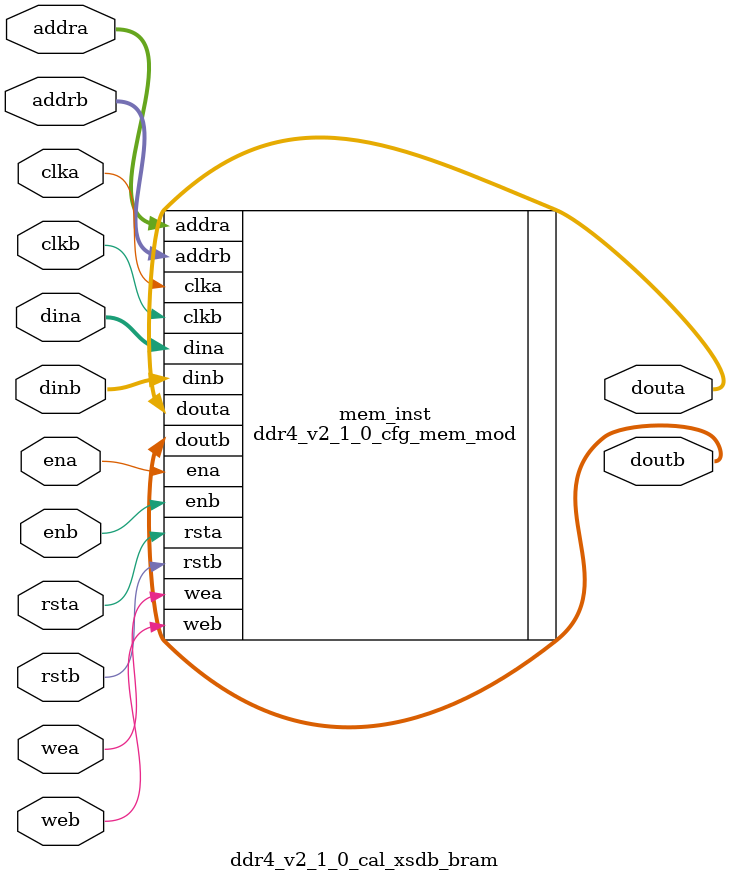
<source format=sv>
/******************************************************************************
// (c) Copyright 2013 - 2014 Xilinx, Inc. All rights reserved.
//
// This file contains confidential and proprietary information
// of Xilinx, Inc. and is protected under U.S. and
// international copyright and other intellectual property
// laws.
//
// DISCLAIMER
// This disclaimer is not a license and does not grant any
// rights to the materials distributed herewith. Except as
// otherwise provided in a valid license issued to you by
// Xilinx, and to the maximum extent permitted by applicable
// law: (1) THESE MATERIALS ARE MADE AVAILABLE "AS IS" AND
// WITH ALL FAULTS, AND XILINX HEREBY DISCLAIMS ALL WARRANTIES
// AND CONDITIONS, EXPRESS, IMPLIED, OR STATUTORY, INCLUDING
// BUT NOT LIMITED TO WARRANTIES OF MERCHANTABILITY, NON-
// INFRINGEMENT, OR FITNESS FOR ANY PARTICULAR PURPOSE; and
// (2) Xilinx shall not be liable (whether in contract or tort,
// including negligence, or under any other theory of
// liability) for any loss or damage of any kind or nature
// related to, arising under or in connection with these
// materials, including for any direct, or any indirect,
// special, incidental, or consequential loss or damage
// (including loss of data, profits, goodwill, or any type of
// loss or damage suffered as a result of any action brought
// by a third party) even if such damage or loss was
// reasonably foreseeable or Xilinx had been advised of the
// possibility of the same.
//
// CRITICAL APPLICATIONS
// Xilinx products are not designed or intended to be fail-
// safe, or for use in any application requiring fail-safe
// performance, such as life-support or safety devices or
// systems, Class III medical devices, nuclear facilities,
// applications related to the deployment of airbags, or any
// other applications that could lead to death, personal
// injury, or severe property or environmental damage
// (individually and collectively, "Critical
// Applications"). Customer assumes the sole risk and
// liability of any use of Xilinx products in Critical
// Applications, subject only to applicable laws and
// regulations governing limitations on product liability.
//
// THIS COPYRIGHT NOTICE AND DISCLAIMER MUST BE RETAINED AS
// PART OF THIS FILE AT ALL TIMES.
******************************************************************************/
//   ____  ____
//  /   /\/   /
// /___/  \  /    Vendor             : Xilinx
// \   \   \/     Version            : 2.0
//  \   \         Application        : MIG
//  /   /         Filename           : ddr4_v2_1_0_cal_xsdb_bram.sv
// /___/   /\     Date Last Modified : $Date: 2015/04/23 $
// \   \  /  \    Date Created       : Tue May 13 2014
//  \___\/\___\
//
// Device           : UltraScale
// Design Name      : DDR4 SDRAM & DDR3 SDRAM
// Purpose          :
//                   ddr4_v2_1_0_cal_xsdb_bram module
// Reference        :
// Revision History :
//*****************************************************************************
`timescale 1ns / 1ps

(* bram_map="yes" *)

module ddr4_v2_1_0_cal_xsdb_bram
    #(	
    
		parameter       	  MEM                        	  =  "DDR4"
		,parameter       	  DBYTES                     	  =  8 //4
		,parameter            START_ADDRESS                   =  18
		,parameter  		  SPREAD_SHEET_VERSION            =  2
		,parameter            RTL_VERSION                     =  0
		,parameter            MEM_CODE                        =  0
		,parameter  		  MEMORY_TYPE                     =  (MEM == "DDR4") ? 2 : 1
		,parameter            MEMORY_CONFIGURATION            =  1
		,parameter            MEMORY_VOLTAGE                  =  1
        ,parameter            CLKFBOUT_MULT_PLL               =  4
        ,parameter            DIVCLK_DIVIDE_PLL               =  1
        ,parameter            CLKOUT0_DIVIDE_PLL              =  1
        ,parameter            CLKFBOUT_MULT_MMCM              =  4
        ,parameter            DIVCLK_DIVIDE_MMCM              =  1
        ,parameter            CLKOUT0_DIVIDE_MMCM             =  4
		,parameter  		  DQBITS	                      =  64
		,parameter			  NIBBLE                          =  DQBITS/4
		,parameter  		  BITS_PER_BYTE                   =  4 //DQBITS/DBYTES
		,parameter  		  SLOTS                   =  1
		,parameter  		  ABITS                           =  10
		,parameter  		  BABITS                          =  2
		,parameter       	  BGBITS              	          =  2
		,parameter       	  CKEBITS                  		  =  4
		,parameter       	  CSBITS             	          =  4
		,parameter       	  ODTBITS                    	  =  4
		,parameter       	  DRAM_WIDTH                 	  =  8      // # of DQ per DQS
		,parameter       	  RANKS                      	  =  4 // 1      //1, 2, 3, or 4
		,parameter            S_HEIGHT                        =  1
		,parameter       	  nCK_PER_CLK                	  =  1      // # of memory CKs per fabric CLK
        ,parameter            tCK                             =  2000		
		,parameter       	  DM_DBI_SETTING             	  =  7     //// 3bits requried all 7
		,parameter            BISC_EN                         =  0
		,parameter       	  USE_CS_PORT             	      =  1     //// 1 bit
		,parameter            EXTRA_CMD_DELAY                 =  0     //// 1 bit
		,parameter            REG_CTRL_ON                     =  0     // RDIMM register control
		,parameter            CA_MIRROR                       =  0     //// 1 bit
		,parameter       	  DQS_GATE                   	  =  7
		,parameter       	  WRLVL                      	  =  7
		,parameter       	  RDLVL                      	  =  7
		,parameter       	  RDLVL_DBI                       =  7
		,parameter       	  WR_DQS_DQ                  	  =  7
		,parameter       	  WR_DQS_DM_DBI                   =  7
		,parameter            WRITE_LAT                       =  7
		,parameter       	  RDLVL_COMPLEX                   =  3     ///2 bits required all 3
		,parameter       	  WR_DQS_COMPLEX                  =  3     ///2 bits required all 3
		,parameter       	  DQS_TRACKING               	  =  3
		,parameter       	  RD_VREF                    	  =  3
		,parameter       	  RD_VREF_PATTERN                 =  3
		,parameter       	  WR_VREF                    	  =  3
		,parameter       	  WR_VREF_PATTERN                 =  3
		,parameter       	  DQS_SAMPLE_CNT             	  =  127
		,parameter       	  WRLVL_SAMPLE_CNT           	  =  255
		,parameter       	  RDLVL_SAMPLE_CNT           	  =  127
		,parameter       	  COMPLEX_LOOP_CNT           	  =  255
		,parameter       	  IODELAY_QTR_CK_TAP_CNT     	  =  255
		,parameter       	  DEBUG_MESSAGES     	          =  0
		,parameter         	  MR0                     		  =  13'b0000000110000
		,parameter         	  MR1                     		  =  13'b0000100000001 //RTT_NOM=RZQ/4 (60 Ohm)
		,parameter         	  MR2                     		  =  13'b0000000011000
		,parameter         	  MR3                     		  =  13'b0000000000000
		,parameter         	  MR4                     		  =  13'b0000000000000
		,parameter         	  MR5                     		  =  13'b0010000000000
		,parameter         	  MR6                     		  =  13'b0100000000000
		,parameter            ODTWR                           = 16'h0000
		,parameter            ODTRD                           = 16'h0000
		,parameter            SLOT0_CONFIG                    = 0     // all 9 bits
		,parameter            SLOT1_CONFIG                    = 0     // all 9 bits
		,parameter            SLOT0_FUNC_CS                   = 0     // all 9 bits
		,parameter            SLOT1_FUNC_CS                   = 0     // all 9 bits
		,parameter            SLOT0_ODD_CS                    = 0     // all 9 bits
		,parameter            SLOT1_ODD_CS                    = 0     // all 9 bits
		,parameter            DDR4_REG_RC03                   = 0     // all 9 bits
		,parameter            DDR4_REG_RC04                   = 0     // all 9 bits
		,parameter            DDR4_REG_RC05                   = 0     // all 9 bits
		,parameter            DDR4_REG_RC3X                   = 0     // all 9 bits
		
		,parameter         	  MR0_0                   		  =  MR0[8:0]
		,parameter         	  MR0_1                   		  =  {5'b0,MR0[12:9]}
		,parameter         	  MR1_0                   		  =  MR1[8:0]
		,parameter         	  MR1_1                   		  =  {5'b0,MR1[12:9]}
		,parameter         	  MR2_0                   	 	  =  MR2[8:0]
		,parameter         	  MR2_1                   		  =  {5'b0,MR2[12:9]}
		,parameter         	  MR3_0                   		  =  MR3[8:0]
		,parameter         	  MR3_1                   		  =  {5'b0,MR3[12:9]}
		,parameter         	  MR4_0                   		  =  MR4[8:0]
		,parameter         	  MR4_1                   		  =  {5'b0,MR4[12:9]}
		,parameter         	  MR5_0                   		  =  MR5[8:0]
		,parameter         	  MR5_1                   		  =  {5'b0,MR5[12:9]}
		,parameter         	  MR6_0                   		  =  MR6[8:0]
		,parameter         	  MR6_1                   		  =  {5'b0,MR6[12:9]}
  
       ,parameter NUM_BRAMS    = 1
	   ,parameter SIZE         = 36 * 1024 * NUM_BRAMS
    // Specify INITs as 9 bit blocks (256 locations per blockRAM)
       ,parameter ADDR_WIDTH   = 16
	   ,parameter DATA_WIDTH   = 9
       ,parameter PIPELINE_REG = 1 
    )
  (
	
		clka,
		clkb,
		ena,
		enb,
		addra,
		addrb,
		dina,
		dinb,
		douta,
		doutb,
		wea,
		web,
		rsta,
		rstb
);
input clka;
input clkb;
input ena;
input enb;
input [ADDR_WIDTH-1:0]addra;
input [ADDR_WIDTH-1:0]addrb;
input [DATA_WIDTH-1:0]dina;
input [DATA_WIDTH-1:0]dinb;
input wea;
input web;
input rsta;
input rstb;
output reg [DATA_WIDTH-1:0]douta;
output reg [DATA_WIDTH-1:0]doutb;


// Initial values to the BlockRam 0
localparam [8:0] mem0_init_0 = {4'b0,START_ADDRESS[4:0]};
localparam [8:0] mem0_init_1 = 9'b0;
localparam [8:0] mem0_init_2 = 9'b0;
localparam [8:0] mem0_init_3 = {5'b0,SPREAD_SHEET_VERSION[3:0]};
localparam [8:0] mem0_init_4 = {7'b0,MEMORY_TYPE[1:0]};
localparam [8:0] mem0_init_5 = {7'b0,RANKS[1:0]};
localparam [8:0] mem0_init_6 = DBYTES[8:0]; // MAN - repeats DBYTES parameter (may hardwire to BYTES for initial SW compatability)
localparam [8:0] mem0_init_7 = NIBBLE[8:0];
localparam [8:0] mem0_init_8 = BITS_PER_BYTE[8:0];
localparam [8:0] mem0_init_9 = 9'b0;
localparam [8:0] mem0_init_10 = 9'b0;
localparam [8:0] mem0_init_11 = 9'b0;
localparam [8:0] mem0_init_12 = SLOTS;
localparam [8:0] mem0_init_13 = 9'b0;
localparam [8:0] mem0_init_14 = 9'b0;
localparam [8:0] mem0_init_15 = 9'b0;
localparam [8:0] mem0_init_16 = 9'b0;
localparam [8:0] mem0_init_17 = 9'b0;
localparam [8:0] mem0_init_18 = RTL_VERSION[8:0];
localparam [8:0] mem0_init_19 = 9'b0;
localparam [8:0] mem0_init_20 = NUM_BRAMS[8:0];
localparam [8:0] mem0_init_21 = {BGBITS[1:0],BABITS[1:0],ABITS[4:0]};
localparam [8:0] mem0_init_22 = {ODTBITS[2:0],CSBITS[2:0],CKEBITS[2:0]};
localparam [8:0] mem0_init_23 = DBYTES[8:0];
localparam [8:0] mem0_init_24 = DRAM_WIDTH[8:0];
localparam [8:0] mem0_init_25 = {CA_MIRROR[0],REG_CTRL_ON[0],EXTRA_CMD_DELAY[0],USE_CS_PORT[0],BISC_EN[0],DM_DBI_SETTING[2:0],nCK_PER_CLK[0]};
localparam [8:0] mem0_init_26 = {RDLVL[2:0],WRLVL[2:0],DQS_GATE[2:0]};
localparam [8:0] mem0_init_27 = {WR_DQS_DM_DBI[2:0],WR_DQS_DQ[2:0],RDLVL_DBI[2:0]};
localparam [8:0] mem0_init_28 = {WR_DQS_COMPLEX[2:0],RDLVL_COMPLEX[2:0],WRITE_LAT[2:0]};
localparam [8:0] mem0_init_29 = {DEBUG_MESSAGES[0],RD_VREF_PATTERN[1:0],WR_VREF_PATTERN[1:0],RD_VREF[1:0],WR_VREF[1:0]};
localparam [8:0] mem0_init_30 = {7'b0,DQS_TRACKING[1:0]};
localparam [8:0] mem0_init_31 = DQS_SAMPLE_CNT[8:0];
localparam [8:0] mem0_init_32 = WRLVL_SAMPLE_CNT[8:0];
localparam [8:0] mem0_init_33 = RDLVL_SAMPLE_CNT[8:0];
localparam [8:0] mem0_init_34 = COMPLEX_LOOP_CNT[8:0];
localparam [8:0] mem0_init_35 = IODELAY_QTR_CK_TAP_CNT[8:0];
localparam [8:0] mem0_init_36 = {5'b0,S_HEIGHT[3:0]};
localparam [8:0] mem0_init_37 = 9'b0;
localparam [8:0] mem0_init_38 = 9'b0;
localparam [8:0] mem0_init_39 = 9'b0;
localparam [8:0] mem0_init_40 = {1'b0, ODTWR[7:0]};
localparam [8:0] mem0_init_41 = {1'b0, ODTWR[15:8]};
localparam [8:0] mem0_init_42 = {1'b0, ODTRD[7:0]};
localparam [8:0] mem0_init_43 = {1'b0, ODTRD[15:8]};
localparam [8:0] mem0_init_44 = SLOT0_CONFIG;
localparam [8:0] mem0_init_45 = SLOT1_CONFIG;
localparam [8:0] mem0_init_46 = SLOT0_FUNC_CS;
localparam [8:0] mem0_init_47 = SLOT1_FUNC_CS;
localparam [8:0] mem0_init_48 = SLOT0_ODD_CS;
localparam [8:0] mem0_init_49 = SLOT1_ODD_CS;
localparam [8:0] mem0_init_50 = DDR4_REG_RC03;
localparam [8:0] mem0_init_51 = DDR4_REG_RC04;
localparam [8:0] mem0_init_52 = DDR4_REG_RC05;
localparam [8:0] mem0_init_53 = DDR4_REG_RC3X;
localparam [8:0] mem0_init_54 = MR0_0[8:0];
localparam [8:0] mem0_init_55 = MR0_1[8:0];
localparam [8:0] mem0_init_56 = MR1_0[8:0];
localparam [8:0] mem0_init_57 = MR1_1[8:0];
localparam [8:0] mem0_init_58 = MR2_0[8:0];
localparam [8:0] mem0_init_59 = MR2_1[8:0];
localparam [8:0] mem0_init_60 = MR3_0[8:0];
localparam [8:0] mem0_init_61 = MR3_1[8:0];
localparam [8:0] mem0_init_62 = MR4_0[8:0];
localparam [8:0] mem0_init_63 = MR4_1[8:0];
localparam [8:0] mem0_init_64 = MR5_0[8:0];
localparam [8:0] mem0_init_65 = MR5_1[8:0];
localparam [8:0] mem0_init_66 = MR6_0[8:0];
localparam [8:0] mem0_init_67 = MR6_1[8:0];
localparam [8:0] mem0_init_68 = 9'b0;
localparam [8:0] mem0_init_69 = tCK[8:0];
localparam [8:0] mem0_init_70 = tCK[16:9];
localparam [8:0] mem0_init_71 = MEMORY_CONFIGURATION[8:0];
localparam [8:0] mem0_init_72 = MEMORY_VOLTAGE[8:0];
localparam [8:0] mem0_init_73 = CLKFBOUT_MULT_PLL[8:0];
localparam [8:0] mem0_init_74 = DIVCLK_DIVIDE_PLL[8:0];
localparam [8:0] mem0_init_75 = CLKFBOUT_MULT_MMCM[8:0];
localparam [8:0] mem0_init_76 = DIVCLK_DIVIDE_MMCM[8:0];
localparam [8:0] mem0_init_77 = 9'b0;
localparam [8:0] mem0_init_78 = 9'b0;
localparam [8:0] mem0_init_79 = 9'b0;
localparam [8:0] mem0_init_80 = 9'b0;
localparam [8:0] mem0_init_81 = 9'b0;
localparam [8:0] mem0_init_82 = 9'b0;
localparam [8:0] mem0_init_83 = 9'b0;
localparam [8:0] mem0_init_84 = 9'b0;
localparam [8:0] mem0_init_85 = 9'b0;
localparam [8:0] mem0_init_86 = 9'b0;
localparam [8:0] mem0_init_87 = 9'b0;
localparam [8:0] mem0_init_88 = 9'b0;
localparam [8:0] mem0_init_89 = 9'b0;
localparam [8:0] mem0_init_90 = 9'b0;
localparam [8:0] mem0_init_91 = 9'b0;
localparam [8:0] mem0_init_92 = 9'b0;
localparam [8:0] mem0_init_93 = 9'b0;
localparam [8:0] mem0_init_94 = 9'b0;
localparam [8:0] mem0_init_95 = 9'b0;
localparam [8:0] mem0_init_96 = 9'b0;
localparam [8:0] mem0_init_97 = 9'b0;
localparam [8:0] mem0_init_98 = 9'b0;
localparam [8:0] mem0_init_99 = 9'b0;
localparam [8:0] mem0_init_100 = 9'b0;
localparam [8:0] mem0_init_101 = 9'b0;
localparam [8:0] mem0_init_102 = 9'b0;
localparam [8:0] mem0_init_103 = 9'b0;
localparam [8:0] mem0_init_104 = 9'b0;
localparam [8:0] mem0_init_105 = 9'b0;
localparam [8:0] mem0_init_106 = 9'b0;
localparam [8:0] mem0_init_107 = 9'b0;
localparam [8:0] mem0_init_108 = 9'b0;
localparam [8:0] mem0_init_109 = 9'b0;
localparam [8:0] mem0_init_110 = 9'b0;
localparam [8:0] mem0_init_111 = 9'b0;
localparam [8:0] mem0_init_112 = 9'b0;
localparam [8:0] mem0_init_113 = 9'b0;
localparam [8:0] mem0_init_114 = 9'b0;
localparam [8:0] mem0_init_115 = 9'b0;
localparam [8:0] mem0_init_116 = 9'b0;
localparam [8:0] mem0_init_117 = 9'b0;
localparam [8:0] mem0_init_118 = 9'b0;
localparam [8:0] mem0_init_119 = 9'b0;
localparam [8:0] mem0_init_120 = 9'b0;
localparam [8:0] mem0_init_121 = 9'b0;
localparam [8:0] mem0_init_122 = 9'b0;
localparam [8:0] mem0_init_123 = 9'b0;
localparam [8:0] mem0_init_124 = 9'b0;
localparam [8:0] mem0_init_125 = 9'b0;
localparam [8:0] mem0_init_126 = 9'b0;
localparam [8:0] mem0_init_127 = 9'b0;
localparam [8:0] mem0_init_128 = 9'b0;
localparam [8:0] mem0_init_129 = 9'b0;
localparam [8:0] mem0_init_130 = 9'b0;
localparam [8:0] mem0_init_131 = 9'b0;
localparam [8:0] mem0_init_132 = 9'b0;
localparam [8:0] mem0_init_133 = 9'b0;
localparam [8:0] mem0_init_134 = 9'b0;
localparam [8:0] mem0_init_135 = 9'b0;
localparam [8:0] mem0_init_136 = 9'b0;
localparam [8:0] mem0_init_137 = 9'b0;
localparam [8:0] mem0_init_138 = 9'b0;
localparam [8:0] mem0_init_139 = 9'b0;
localparam [8:0] mem0_init_140 = 9'b0;
localparam [8:0] mem0_init_141 = 9'b0;
localparam [8:0] mem0_init_142 = 9'b0;
localparam [8:0] mem0_init_143 = 9'b0;
localparam [8:0] mem0_init_144 = 9'b0;
localparam [8:0] mem0_init_145 = 9'b0;
localparam [8:0] mem0_init_146 = 9'b0;
localparam [8:0] mem0_init_147 = 9'b0;
localparam [8:0] mem0_init_148 = 9'b0;
localparam [8:0] mem0_init_149 = 9'b0;
localparam [8:0] mem0_init_150 = 9'b0;
localparam [8:0] mem0_init_151 = 9'b0;
localparam [8:0] mem0_init_152 = 9'b0;
localparam [8:0] mem0_init_153 = 9'b0;
localparam [8:0] mem0_init_154 = 9'b0;
localparam [8:0] mem0_init_155 = 9'b0;
localparam [8:0] mem0_init_156 = 9'b0;
localparam [8:0] mem0_init_157 = 9'b0;
localparam [8:0] mem0_init_158 = 9'b0;
localparam [8:0] mem0_init_159 = 9'b0;
localparam [8:0] mem0_init_160 = 9'b0;
localparam [8:0] mem0_init_161 = 9'b0;
localparam [8:0] mem0_init_162 = 9'b0;
localparam [8:0] mem0_init_163 = 9'b0;
localparam [8:0] mem0_init_164 = 9'b0;
localparam [8:0] mem0_init_165 = 9'b0;
localparam [8:0] mem0_init_166 = 9'b0;
localparam [8:0] mem0_init_167 = 9'b0;
localparam [8:0] mem0_init_168 = 9'b0;
localparam [8:0] mem0_init_169 = 9'b0;
localparam [8:0] mem0_init_170 = 9'b0;
localparam [8:0] mem0_init_171 = 9'b0;
localparam [8:0] mem0_init_172 = 9'b0;
localparam [8:0] mem0_init_173 = 9'b0;
localparam [8:0] mem0_init_174 = 9'b0;
localparam [8:0] mem0_init_175 = 9'b0;
localparam [8:0] mem0_init_176 = 9'b0;
localparam [8:0] mem0_init_177 = 9'b0;
localparam [8:0] mem0_init_178 = 9'b0;
localparam [8:0] mem0_init_179 = 9'b0;
localparam [8:0] mem0_init_180 = 9'b0;
localparam [8:0] mem0_init_181 = 9'b0;
localparam [8:0] mem0_init_182 = 9'b0;
localparam [8:0] mem0_init_183 = 9'b0;
localparam [8:0] mem0_init_184 = 9'b0;
localparam [8:0] mem0_init_185 = 9'b0;
localparam [8:0] mem0_init_186 = 9'b0;
localparam [8:0] mem0_init_187 = 9'b0;
localparam [8:0] mem0_init_188 = 9'b0;
localparam [8:0] mem0_init_189 = 9'b0;
localparam [8:0] mem0_init_190 = 9'b0;
localparam [8:0] mem0_init_191 = 9'b0;
localparam [8:0] mem0_init_192 = 9'b0;
localparam [8:0] mem0_init_193 = 9'b0;
localparam [8:0] mem0_init_194 = 9'b0;
localparam [8:0] mem0_init_195 = 9'b0;
localparam [8:0] mem0_init_196 = 9'b0;
localparam [8:0] mem0_init_197 = 9'b0;
localparam [8:0] mem0_init_198 = 9'b0;
localparam [8:0] mem0_init_199 = 9'b0;
localparam [8:0] mem0_init_200 = 9'b0;
localparam [8:0] mem0_init_201 = 9'b0;
localparam [8:0] mem0_init_202 = 9'b0;
localparam [8:0] mem0_init_203 = 9'b0;
localparam [8:0] mem0_init_204 = 9'b0;
localparam [8:0] mem0_init_205 = 9'b0;
localparam [8:0] mem0_init_206 = 9'b0;
localparam [8:0] mem0_init_207 = 9'b0;
localparam [8:0] mem0_init_208 = 9'b0;
localparam [8:0] mem0_init_209 = 9'b0;
localparam [8:0] mem0_init_210 = 9'b0;
localparam [8:0] mem0_init_211 = 9'b0;
localparam [8:0] mem0_init_212 = 9'b0;
localparam [8:0] mem0_init_213 = 9'b0;
localparam [8:0] mem0_init_214 = 9'b0;
localparam [8:0] mem0_init_215 = 9'b0;
localparam [8:0] mem0_init_216 = 9'b0;
localparam [8:0] mem0_init_217 = 9'b0;
localparam [8:0] mem0_init_218 = 9'b0;
localparam [8:0] mem0_init_219 = 9'b0;
localparam [8:0] mem0_init_220 = 9'b0;
localparam [8:0] mem0_init_221 = 9'b0;
localparam [8:0] mem0_init_222 = 9'b0;
localparam [8:0] mem0_init_223 = 9'b0;
localparam [8:0] mem0_init_224 = 9'b0;
localparam [8:0] mem0_init_225 = 9'b0;
localparam [8:0] mem0_init_226 = 9'b0;
localparam [8:0] mem0_init_227 = 9'b0;
localparam [8:0] mem0_init_228 = 9'b0;
localparam [8:0] mem0_init_229 = 9'b0;
localparam [8:0] mem0_init_230 = 9'b0;
localparam [8:0] mem0_init_231 = 9'b0;
localparam [8:0] mem0_init_232 = 9'b0;
localparam [8:0] mem0_init_233 = 9'b0;
localparam [8:0] mem0_init_234 = 9'b0;
localparam [8:0] mem0_init_235 = 9'b0;
localparam [8:0] mem0_init_236 = 9'b0;
localparam [8:0] mem0_init_237 = 9'b0;
localparam [8:0] mem0_init_238 = 9'b0;
localparam [8:0] mem0_init_239 = 9'b0;
localparam [8:0] mem0_init_240 = 9'b0;
localparam [8:0] mem0_init_241 = 9'b0;
localparam [8:0] mem0_init_242 = 9'b0;
localparam [8:0] mem0_init_243 = 9'b0;
localparam [8:0] mem0_init_244 = 9'b0;
localparam [8:0] mem0_init_245 = 9'b0;
localparam [8:0] mem0_init_246 = 9'b0;
localparam [8:0] mem0_init_247 = 9'b0;
localparam [8:0] mem0_init_248 = 9'b0;
localparam [8:0] mem0_init_249 = 9'b0;
localparam [8:0] mem0_init_250 = 9'b0;
localparam [8:0] mem0_init_251 = 9'b0;
localparam [8:0] mem0_init_252 = 9'b0;
localparam [8:0] mem0_init_253 = 9'b0;
localparam [8:0] mem0_init_254 = 9'b0;
localparam [8:0] mem0_init_255 = 9'b0;

localparam [256*9-1:0] INIT_BRAM0 = {mem0_init_255,mem0_init_254,mem0_init_253,mem0_init_252,mem0_init_251,mem0_init_250,mem0_init_249,mem0_init_248,mem0_init_247,mem0_init_246,mem0_init_245,mem0_init_244,mem0_init_243,mem0_init_242,mem0_init_241,mem0_init_240,mem0_init_239,mem0_init_238,mem0_init_237,mem0_init_236,mem0_init_235,mem0_init_234,mem0_init_233,mem0_init_232,mem0_init_231,mem0_init_230,mem0_init_229,mem0_init_228,mem0_init_227,mem0_init_226,mem0_init_225,mem0_init_224,mem0_init_223,mem0_init_222,mem0_init_221,mem0_init_220,mem0_init_219,mem0_init_218,mem0_init_217,mem0_init_216,mem0_init_215,mem0_init_214,mem0_init_213,mem0_init_212,mem0_init_211,mem0_init_210,mem0_init_209,mem0_init_208,mem0_init_207,mem0_init_206,mem0_init_205,mem0_init_204,mem0_init_203,mem0_init_202,mem0_init_201,mem0_init_200,mem0_init_199,mem0_init_198,mem0_init_197,mem0_init_196,mem0_init_195,mem0_init_194,mem0_init_193,mem0_init_192,mem0_init_191,mem0_init_190,mem0_init_189,mem0_init_188,mem0_init_187,mem0_init_186,mem0_init_185,mem0_init_184,mem0_init_183,mem0_init_182,mem0_init_181,mem0_init_180,mem0_init_179,mem0_init_178,mem0_init_177,mem0_init_176,mem0_init_175,mem0_init_174,mem0_init_173,mem0_init_172,mem0_init_171,mem0_init_170,mem0_init_169,mem0_init_168,mem0_init_167,mem0_init_166,mem0_init_165,mem0_init_164,mem0_init_163,mem0_init_162,mem0_init_161,mem0_init_160,mem0_init_159,mem0_init_158,mem0_init_157,mem0_init_156,mem0_init_155,mem0_init_154,mem0_init_153,mem0_init_152,mem0_init_151,mem0_init_150,mem0_init_149,mem0_init_148,mem0_init_147,mem0_init_146,mem0_init_145,mem0_init_144,mem0_init_143,mem0_init_142,mem0_init_141,mem0_init_140,mem0_init_139,mem0_init_138,mem0_init_137,mem0_init_136,mem0_init_135,mem0_init_134,mem0_init_133,mem0_init_132,mem0_init_131,mem0_init_130,mem0_init_129,mem0_init_128,mem0_init_127,mem0_init_126,mem0_init_125,mem0_init_124,mem0_init_123,mem0_init_122,mem0_init_121,mem0_init_120,mem0_init_119,mem0_init_118,mem0_init_117,mem0_init_116,mem0_init_115,mem0_init_114,mem0_init_113,mem0_init_112,mem0_init_111,mem0_init_110,mem0_init_109,mem0_init_108,mem0_init_107,mem0_init_106,mem0_init_105,mem0_init_104,mem0_init_103,mem0_init_102,mem0_init_101,mem0_init_100,mem0_init_99,mem0_init_98,mem0_init_97,mem0_init_96,mem0_init_95,mem0_init_94,mem0_init_93,mem0_init_92,mem0_init_91,mem0_init_90,mem0_init_89,mem0_init_88,mem0_init_87,mem0_init_86,mem0_init_85,mem0_init_84,mem0_init_83,mem0_init_82,mem0_init_81,mem0_init_80,mem0_init_79,mem0_init_78,mem0_init_77,mem0_init_76,mem0_init_75,mem0_init_74,mem0_init_73,mem0_init_72,mem0_init_71,mem0_init_70,mem0_init_69,mem0_init_68,mem0_init_67,mem0_init_66,mem0_init_65,mem0_init_64,mem0_init_63,mem0_init_62,mem0_init_61,mem0_init_60,mem0_init_59,mem0_init_58,mem0_init_57,mem0_init_56,mem0_init_55,mem0_init_54,mem0_init_53,mem0_init_52,mem0_init_51,mem0_init_50,mem0_init_49,mem0_init_48,mem0_init_47,mem0_init_46,mem0_init_45,mem0_init_44,mem0_init_43,mem0_init_42,mem0_init_41,mem0_init_40,mem0_init_39,mem0_init_38,mem0_init_37,mem0_init_36,mem0_init_35,mem0_init_34,mem0_init_33,mem0_init_32,mem0_init_31,mem0_init_30,mem0_init_29,mem0_init_28,mem0_init_27,mem0_init_26,mem0_init_25,mem0_init_24,mem0_init_23,mem0_init_22,mem0_init_21,mem0_init_20,mem0_init_19,mem0_init_18,mem0_init_17,mem0_init_16,mem0_init_15,mem0_init_14,mem0_init_13,mem0_init_12,mem0_init_11,mem0_init_10,mem0_init_9,mem0_init_8,mem0_init_7,mem0_init_6,mem0_init_5,mem0_init_4,mem0_init_3,mem0_init_2,mem0_init_1,mem0_init_0};

// Populate INIT's for rest of BlockRAMs if required
localparam [256*9*NUM_BRAMS-1:0] INIT = ( NUM_BRAMS == 1 ) ? INIT_BRAM0 : ( NUM_BRAMS == 2 ) ? {2304'b0 ,INIT_BRAM0} : {{2{2304'b0}} ,INIT_BRAM0};

ddr4_v2_1_0_cfg_mem_mod # (
               .SIZE(SIZE),
               .INIT(INIT),
               .ADDR_WIDTH(ADDR_WIDTH),
               .DATA_WIDTH(9),
               .PIPELINE_REG(PIPELINE_REG)
              )
     mem_inst (
                .clka(clka),
                .clkb(clkb),
                .ena(ena),
                .enb(enb),
                .addra(addra),
                .addrb(addrb),
                .dina(dina),
                .dinb(dinb),
                .wea(wea),
                .web(web),
                .rsta(rsta),
                .rstb(rstb),
                .douta(douta),
                .doutb(doutb)
               );

endmodule


</source>
